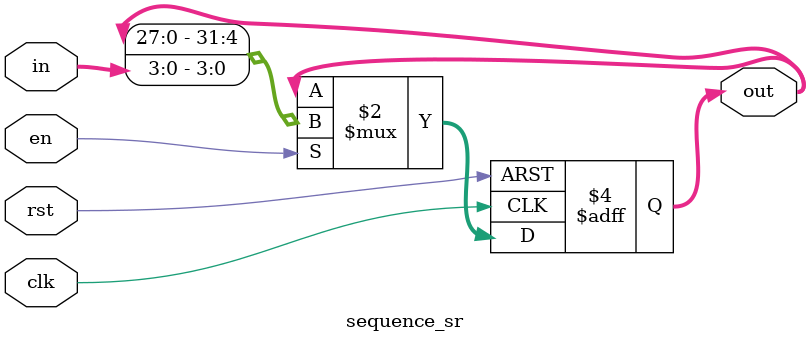
<source format=sv>
`default_nettype none
module sequence_sr (
  //put your ports here
  input logic clk, rst, en,
  input logic [4:0] in,
  output logic [31:0] out
);
//your code starts here ...
  always_ff @(posedge clk, posedge rst) begin
    if (rst) begin 
      out <= 32'd0; 
    end else if (en) begin 
      out <= {out[27:0], in[3:0]};
    end 
  end

endmodule
</source>
